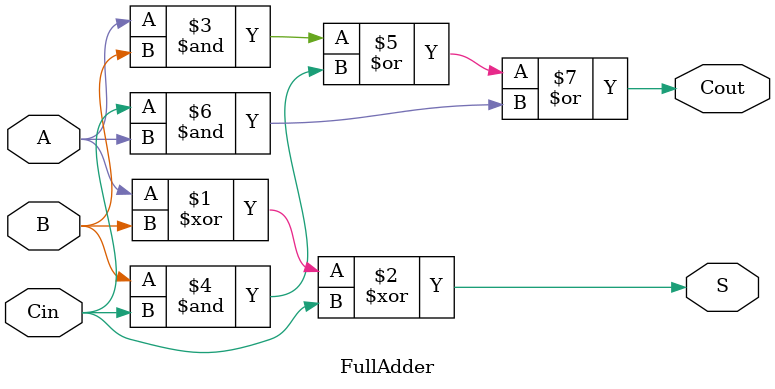
<source format=v>
`timescale 1ns / 1ps

module FullAdder(input A, B, Cin, output S, Cout);
    assign S = A ^ B ^ Cin;               // Sum
    assign Cout = (A & B) | (B & Cin) | (Cin & A); // Carry-out
endmodule

</source>
